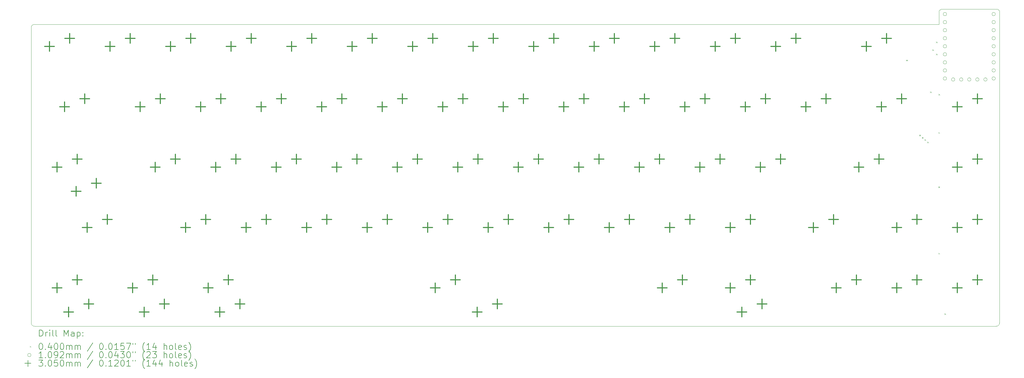
<source format=gbr>
%TF.GenerationSoftware,KiCad,Pcbnew,7.0.5*%
%TF.CreationDate,2023-09-15T18:16:32+08:00*%
%TF.ProjectId,Openero65,4f70656e-6572-46f3-9635-2e6b69636164,rev?*%
%TF.SameCoordinates,Original*%
%TF.FileFunction,Drillmap*%
%TF.FilePolarity,Positive*%
%FSLAX45Y45*%
G04 Gerber Fmt 4.5, Leading zero omitted, Abs format (unit mm)*
G04 Created by KiCad (PCBNEW 7.0.5) date 2023-09-15 18:16:32*
%MOMM*%
%LPD*%
G01*
G04 APERTURE LIST*
%ADD10C,0.100000*%
%ADD11C,0.200000*%
%ADD12C,0.040000*%
%ADD13C,0.109220*%
%ADD14C,0.305000*%
G04 APERTURE END LIST*
D10*
X34975700Y-17603500D02*
X4695700Y-17603500D01*
X33170700Y-8078500D02*
X4695700Y-8078500D01*
X4695700Y-8078500D02*
G75*
G03*
X4595700Y-8178500I0J-100000D01*
G01*
X35075700Y-7651500D02*
X35075700Y-17503500D01*
X4595700Y-17503500D02*
G75*
G03*
X4695700Y-17603500I100000J0D01*
G01*
X33170700Y-7651500D02*
X33170700Y-8078500D01*
X33170700Y-7651500D02*
X33228700Y-7593500D01*
X34975700Y-17603500D02*
G75*
G03*
X35075700Y-17503500I0J100000D01*
G01*
X35075700Y-7651500D02*
X35017700Y-7593500D01*
X4595700Y-8178500D02*
X4595700Y-17503500D01*
X35017700Y-7593500D02*
X33228700Y-7593500D01*
D11*
D12*
X32136150Y-9193550D02*
X32176150Y-9233550D01*
X32176150Y-9193550D02*
X32136150Y-9233550D01*
X32549000Y-11563000D02*
X32589000Y-11603000D01*
X32589000Y-11563000D02*
X32549000Y-11603000D01*
X32634000Y-11635000D02*
X32674000Y-11675000D01*
X32674000Y-11635000D02*
X32634000Y-11675000D01*
X32716000Y-11707000D02*
X32756000Y-11747000D01*
X32756000Y-11707000D02*
X32716000Y-11747000D01*
X32800000Y-11778000D02*
X32840000Y-11818000D01*
X32840000Y-11778000D02*
X32800000Y-11818000D01*
X32891050Y-10200000D02*
X32931050Y-10240000D01*
X32931050Y-10200000D02*
X32891050Y-10240000D01*
X32961000Y-8869200D02*
X33001000Y-8909200D01*
X33001000Y-8869200D02*
X32961000Y-8909200D01*
X33076000Y-8624000D02*
X33116000Y-8664000D01*
X33116000Y-8624000D02*
X33076000Y-8664000D01*
X33076000Y-9002000D02*
X33116000Y-9042000D01*
X33116000Y-9002000D02*
X33076000Y-9042000D01*
X33150000Y-13196000D02*
X33190000Y-13236000D01*
X33190000Y-13196000D02*
X33150000Y-13236000D01*
X33151000Y-11481000D02*
X33191000Y-11521000D01*
X33191000Y-11481000D02*
X33151000Y-11521000D01*
X33151000Y-15291000D02*
X33191000Y-15331000D01*
X33191000Y-15291000D02*
X33151000Y-15331000D01*
X33152000Y-10272000D02*
X33192000Y-10312000D01*
X33192000Y-10272000D02*
X33152000Y-10312000D01*
X33341000Y-17198250D02*
X33381000Y-17238250D01*
X33381000Y-17198250D02*
X33341000Y-17238250D01*
D13*
X33410310Y-7752500D02*
G75*
G03*
X33410310Y-7752500I-54610J0D01*
G01*
X33410310Y-8006500D02*
G75*
G03*
X33410310Y-8006500I-54610J0D01*
G01*
X33410310Y-8260500D02*
G75*
G03*
X33410310Y-8260500I-54610J0D01*
G01*
X33410310Y-8514500D02*
G75*
G03*
X33410310Y-8514500I-54610J0D01*
G01*
X33410310Y-8768500D02*
G75*
G03*
X33410310Y-8768500I-54610J0D01*
G01*
X33410310Y-9022500D02*
G75*
G03*
X33410310Y-9022500I-54610J0D01*
G01*
X33410310Y-9276500D02*
G75*
G03*
X33410310Y-9276500I-54610J0D01*
G01*
X33410310Y-9530500D02*
G75*
G03*
X33410310Y-9530500I-54610J0D01*
G01*
X33410310Y-9784500D02*
G75*
G03*
X33410310Y-9784500I-54610J0D01*
G01*
X33669810Y-9816500D02*
G75*
G03*
X33669810Y-9816500I-54610J0D01*
G01*
X33923810Y-9816500D02*
G75*
G03*
X33923810Y-9816500I-54610J0D01*
G01*
X34177810Y-9816500D02*
G75*
G03*
X34177810Y-9816500I-54610J0D01*
G01*
X34431810Y-9816500D02*
G75*
G03*
X34431810Y-9816500I-54610J0D01*
G01*
X34685810Y-9816500D02*
G75*
G03*
X34685810Y-9816500I-54610J0D01*
G01*
X34945310Y-7752500D02*
G75*
G03*
X34945310Y-7752500I-54610J0D01*
G01*
X34945310Y-8006500D02*
G75*
G03*
X34945310Y-8006500I-54610J0D01*
G01*
X34945310Y-8260500D02*
G75*
G03*
X34945310Y-8260500I-54610J0D01*
G01*
X34945310Y-8514500D02*
G75*
G03*
X34945310Y-8514500I-54610J0D01*
G01*
X34945310Y-8768500D02*
G75*
G03*
X34945310Y-8768500I-54610J0D01*
G01*
X34945310Y-9022500D02*
G75*
G03*
X34945310Y-9022500I-54610J0D01*
G01*
X34945310Y-9276500D02*
G75*
G03*
X34945310Y-9276500I-54610J0D01*
G01*
X34945310Y-9530500D02*
G75*
G03*
X34945310Y-9530500I-54610J0D01*
G01*
X34945310Y-9784500D02*
G75*
G03*
X34945310Y-9784500I-54610J0D01*
G01*
D14*
X5167200Y-8624500D02*
X5167200Y-8929500D01*
X5014700Y-8777000D02*
X5319700Y-8777000D01*
X5405400Y-12434500D02*
X5405400Y-12739500D01*
X5252900Y-12587000D02*
X5557900Y-12587000D01*
X5405400Y-16244500D02*
X5405400Y-16549500D01*
X5252900Y-16397000D02*
X5557900Y-16397000D01*
X5643500Y-10529500D02*
X5643500Y-10834500D01*
X5491000Y-10682000D02*
X5796000Y-10682000D01*
X5770500Y-17006500D02*
X5770500Y-17311500D01*
X5618000Y-17159000D02*
X5923000Y-17159000D01*
X5802200Y-8370500D02*
X5802200Y-8675500D01*
X5649700Y-8523000D02*
X5954700Y-8523000D01*
X6008600Y-13196500D02*
X6008600Y-13501500D01*
X5856100Y-13349000D02*
X6161100Y-13349000D01*
X6040400Y-12180500D02*
X6040400Y-12485500D01*
X5887900Y-12333000D02*
X6192900Y-12333000D01*
X6040400Y-15990500D02*
X6040400Y-16295500D01*
X5887900Y-16143000D02*
X6192900Y-16143000D01*
X6278500Y-10275500D02*
X6278500Y-10580500D01*
X6126000Y-10428000D02*
X6431000Y-10428000D01*
X6357900Y-14339500D02*
X6357900Y-14644500D01*
X6205400Y-14492000D02*
X6510400Y-14492000D01*
X6405500Y-16752500D02*
X6405500Y-17057500D01*
X6253000Y-16905000D02*
X6558000Y-16905000D01*
X6643600Y-12942500D02*
X6643600Y-13247500D01*
X6491100Y-13095000D02*
X6796100Y-13095000D01*
X6992900Y-14085500D02*
X6992900Y-14390500D01*
X6840400Y-14238000D02*
X7145400Y-14238000D01*
X7072200Y-8624500D02*
X7072200Y-8929500D01*
X6919700Y-8777000D02*
X7224700Y-8777000D01*
X7707200Y-8370500D02*
X7707200Y-8675500D01*
X7554700Y-8523000D02*
X7859700Y-8523000D01*
X7786700Y-16244500D02*
X7786700Y-16549500D01*
X7634200Y-16397000D02*
X7939200Y-16397000D01*
X8024800Y-10529500D02*
X8024800Y-10834500D01*
X7872300Y-10682000D02*
X8177300Y-10682000D01*
X8151800Y-17006500D02*
X8151800Y-17311500D01*
X7999300Y-17159000D02*
X8304300Y-17159000D01*
X8421700Y-15990500D02*
X8421700Y-16295500D01*
X8269200Y-16143000D02*
X8574200Y-16143000D01*
X8501000Y-12434500D02*
X8501000Y-12739500D01*
X8348500Y-12587000D02*
X8653500Y-12587000D01*
X8659800Y-10275500D02*
X8659800Y-10580500D01*
X8507300Y-10428000D02*
X8812300Y-10428000D01*
X8786800Y-16752500D02*
X8786800Y-17057500D01*
X8634300Y-16905000D02*
X8939300Y-16905000D01*
X8977200Y-8624500D02*
X8977200Y-8929500D01*
X8824700Y-8777000D02*
X9129700Y-8777000D01*
X9136000Y-12180500D02*
X9136000Y-12485500D01*
X8983500Y-12333000D02*
X9288500Y-12333000D01*
X9453600Y-14339500D02*
X9453600Y-14644500D01*
X9301100Y-14492000D02*
X9606100Y-14492000D01*
X9612200Y-8370500D02*
X9612200Y-8675500D01*
X9459700Y-8523000D02*
X9764700Y-8523000D01*
X9929800Y-10529500D02*
X9929800Y-10834500D01*
X9777300Y-10682000D02*
X10082300Y-10682000D01*
X10088600Y-14085500D02*
X10088600Y-14390500D01*
X9936100Y-14238000D02*
X10241100Y-14238000D01*
X10168000Y-16244500D02*
X10168000Y-16549500D01*
X10015500Y-16397000D02*
X10320500Y-16397000D01*
X10406000Y-12434500D02*
X10406000Y-12739500D01*
X10253500Y-12587000D02*
X10558500Y-12587000D01*
X10533100Y-17006500D02*
X10533100Y-17311500D01*
X10380600Y-17159000D02*
X10685600Y-17159000D01*
X10564800Y-10275500D02*
X10564800Y-10580500D01*
X10412300Y-10428000D02*
X10717300Y-10428000D01*
X10803000Y-15990500D02*
X10803000Y-16295500D01*
X10650500Y-16143000D02*
X10955500Y-16143000D01*
X10882200Y-8624500D02*
X10882200Y-8929500D01*
X10729700Y-8777000D02*
X11034700Y-8777000D01*
X11041000Y-12180500D02*
X11041000Y-12485500D01*
X10888500Y-12333000D02*
X11193500Y-12333000D01*
X11168100Y-16752500D02*
X11168100Y-17057500D01*
X11015600Y-16905000D02*
X11320600Y-16905000D01*
X11358600Y-14339500D02*
X11358600Y-14644500D01*
X11206100Y-14492000D02*
X11511100Y-14492000D01*
X11517200Y-8370500D02*
X11517200Y-8675500D01*
X11364700Y-8523000D02*
X11669700Y-8523000D01*
X11834800Y-10529500D02*
X11834800Y-10834500D01*
X11682300Y-10682000D02*
X11987300Y-10682000D01*
X11993600Y-14085500D02*
X11993600Y-14390500D01*
X11841100Y-14238000D02*
X12146100Y-14238000D01*
X12311000Y-12434500D02*
X12311000Y-12739500D01*
X12158500Y-12587000D02*
X12463500Y-12587000D01*
X12469800Y-10275500D02*
X12469800Y-10580500D01*
X12317300Y-10428000D02*
X12622300Y-10428000D01*
X12787200Y-8624500D02*
X12787200Y-8929500D01*
X12634700Y-8777000D02*
X12939700Y-8777000D01*
X12946000Y-12180500D02*
X12946000Y-12485500D01*
X12793500Y-12333000D02*
X13098500Y-12333000D01*
X13263600Y-14339500D02*
X13263600Y-14644500D01*
X13111100Y-14492000D02*
X13416100Y-14492000D01*
X13422200Y-8370500D02*
X13422200Y-8675500D01*
X13269700Y-8523000D02*
X13574700Y-8523000D01*
X13739800Y-10529500D02*
X13739800Y-10834500D01*
X13587300Y-10682000D02*
X13892300Y-10682000D01*
X13898600Y-14085500D02*
X13898600Y-14390500D01*
X13746100Y-14238000D02*
X14051100Y-14238000D01*
X14216000Y-12434500D02*
X14216000Y-12739500D01*
X14063500Y-12587000D02*
X14368500Y-12587000D01*
X14374800Y-10275500D02*
X14374800Y-10580500D01*
X14222300Y-10428000D02*
X14527300Y-10428000D01*
X14692200Y-8624500D02*
X14692200Y-8929500D01*
X14539700Y-8777000D02*
X14844700Y-8777000D01*
X14851000Y-12180500D02*
X14851000Y-12485500D01*
X14698500Y-12333000D02*
X15003500Y-12333000D01*
X15168600Y-14339500D02*
X15168600Y-14644500D01*
X15016100Y-14492000D02*
X15321100Y-14492000D01*
X15327200Y-8370500D02*
X15327200Y-8675500D01*
X15174700Y-8523000D02*
X15479700Y-8523000D01*
X15644800Y-10529500D02*
X15644800Y-10834500D01*
X15492300Y-10682000D02*
X15797300Y-10682000D01*
X15803600Y-14085500D02*
X15803600Y-14390500D01*
X15651100Y-14238000D02*
X15956100Y-14238000D01*
X16121000Y-12434500D02*
X16121000Y-12739500D01*
X15968500Y-12587000D02*
X16273500Y-12587000D01*
X16279800Y-10275500D02*
X16279800Y-10580500D01*
X16127300Y-10428000D02*
X16432300Y-10428000D01*
X16597200Y-8624500D02*
X16597200Y-8929500D01*
X16444700Y-8777000D02*
X16749700Y-8777000D01*
X16756000Y-12180500D02*
X16756000Y-12485500D01*
X16603500Y-12333000D02*
X16908500Y-12333000D01*
X17073600Y-14339500D02*
X17073600Y-14644500D01*
X16921100Y-14492000D02*
X17226100Y-14492000D01*
X17232200Y-8370500D02*
X17232200Y-8675500D01*
X17079700Y-8523000D02*
X17384700Y-8523000D01*
X17311700Y-16244500D02*
X17311700Y-16549500D01*
X17159200Y-16397000D02*
X17464200Y-16397000D01*
X17549800Y-10529500D02*
X17549800Y-10834500D01*
X17397300Y-10682000D02*
X17702300Y-10682000D01*
X17708600Y-14085500D02*
X17708600Y-14390500D01*
X17556100Y-14238000D02*
X17861100Y-14238000D01*
X17946700Y-15990500D02*
X17946700Y-16295500D01*
X17794200Y-16143000D02*
X18099200Y-16143000D01*
X18026000Y-12434500D02*
X18026000Y-12739500D01*
X17873500Y-12587000D02*
X18178500Y-12587000D01*
X18184800Y-10275500D02*
X18184800Y-10580500D01*
X18032300Y-10428000D02*
X18337300Y-10428000D01*
X18502200Y-8624500D02*
X18502200Y-8929500D01*
X18349700Y-8777000D02*
X18654700Y-8777000D01*
X18629400Y-17006500D02*
X18629400Y-17311500D01*
X18476900Y-17159000D02*
X18781900Y-17159000D01*
X18661000Y-12180500D02*
X18661000Y-12485500D01*
X18508500Y-12333000D02*
X18813500Y-12333000D01*
X18978600Y-14339500D02*
X18978600Y-14644500D01*
X18826100Y-14492000D02*
X19131100Y-14492000D01*
X19137200Y-8370500D02*
X19137200Y-8675500D01*
X18984700Y-8523000D02*
X19289700Y-8523000D01*
X19264400Y-16752500D02*
X19264400Y-17057500D01*
X19111900Y-16905000D02*
X19416900Y-16905000D01*
X19454800Y-10529500D02*
X19454800Y-10834500D01*
X19302300Y-10682000D02*
X19607300Y-10682000D01*
X19613600Y-14085500D02*
X19613600Y-14390500D01*
X19461100Y-14238000D02*
X19766100Y-14238000D01*
X19931000Y-12434500D02*
X19931000Y-12739500D01*
X19778500Y-12587000D02*
X20083500Y-12587000D01*
X20089800Y-10275500D02*
X20089800Y-10580500D01*
X19937300Y-10428000D02*
X20242300Y-10428000D01*
X20407200Y-8624500D02*
X20407200Y-8929500D01*
X20254700Y-8777000D02*
X20559700Y-8777000D01*
X20566000Y-12180500D02*
X20566000Y-12485500D01*
X20413500Y-12333000D02*
X20718500Y-12333000D01*
X20883600Y-14339500D02*
X20883600Y-14644500D01*
X20731100Y-14492000D02*
X21036100Y-14492000D01*
X21042200Y-8370500D02*
X21042200Y-8675500D01*
X20889700Y-8523000D02*
X21194700Y-8523000D01*
X21359800Y-10529500D02*
X21359800Y-10834500D01*
X21207300Y-10682000D02*
X21512300Y-10682000D01*
X21518600Y-14085500D02*
X21518600Y-14390500D01*
X21366100Y-14238000D02*
X21671100Y-14238000D01*
X21836000Y-12434500D02*
X21836000Y-12739500D01*
X21683500Y-12587000D02*
X21988500Y-12587000D01*
X21994800Y-10275500D02*
X21994800Y-10580500D01*
X21842300Y-10428000D02*
X22147300Y-10428000D01*
X22312200Y-8624500D02*
X22312200Y-8929500D01*
X22159700Y-8777000D02*
X22464700Y-8777000D01*
X22471000Y-12180500D02*
X22471000Y-12485500D01*
X22318500Y-12333000D02*
X22623500Y-12333000D01*
X22788600Y-14339500D02*
X22788600Y-14644500D01*
X22636100Y-14492000D02*
X22941100Y-14492000D01*
X22947200Y-8370500D02*
X22947200Y-8675500D01*
X22794700Y-8523000D02*
X23099700Y-8523000D01*
X23264800Y-10529500D02*
X23264800Y-10834500D01*
X23112300Y-10682000D02*
X23417300Y-10682000D01*
X23423600Y-14085500D02*
X23423600Y-14390500D01*
X23271100Y-14238000D02*
X23576100Y-14238000D01*
X23741000Y-12434500D02*
X23741000Y-12739500D01*
X23588500Y-12587000D02*
X23893500Y-12587000D01*
X23899800Y-10275500D02*
X23899800Y-10580500D01*
X23747300Y-10428000D02*
X24052300Y-10428000D01*
X24217200Y-8624500D02*
X24217200Y-8929500D01*
X24064700Y-8777000D02*
X24369700Y-8777000D01*
X24376000Y-12180500D02*
X24376000Y-12485500D01*
X24223500Y-12333000D02*
X24528500Y-12333000D01*
X24455400Y-16244500D02*
X24455400Y-16549500D01*
X24302900Y-16397000D02*
X24607900Y-16397000D01*
X24693600Y-14339500D02*
X24693600Y-14644500D01*
X24541100Y-14492000D02*
X24846100Y-14492000D01*
X24852200Y-8370500D02*
X24852200Y-8675500D01*
X24699700Y-8523000D02*
X25004700Y-8523000D01*
X25090400Y-15990500D02*
X25090400Y-16295500D01*
X24937900Y-16143000D02*
X25242900Y-16143000D01*
X25169800Y-10529500D02*
X25169800Y-10834500D01*
X25017300Y-10682000D02*
X25322300Y-10682000D01*
X25328600Y-14085500D02*
X25328600Y-14390500D01*
X25176100Y-14238000D02*
X25481100Y-14238000D01*
X25646000Y-12434500D02*
X25646000Y-12739500D01*
X25493500Y-12587000D02*
X25798500Y-12587000D01*
X25804800Y-10275500D02*
X25804800Y-10580500D01*
X25652300Y-10428000D02*
X25957300Y-10428000D01*
X26122200Y-8624500D02*
X26122200Y-8929500D01*
X25969700Y-8777000D02*
X26274700Y-8777000D01*
X26281000Y-12180500D02*
X26281000Y-12485500D01*
X26128500Y-12333000D02*
X26433500Y-12333000D01*
X26598600Y-14339500D02*
X26598600Y-14644500D01*
X26446100Y-14492000D02*
X26751100Y-14492000D01*
X26598700Y-16244500D02*
X26598700Y-16549500D01*
X26446200Y-16397000D02*
X26751200Y-16397000D01*
X26757200Y-8370500D02*
X26757200Y-8675500D01*
X26604700Y-8523000D02*
X26909700Y-8523000D01*
X26963600Y-17006500D02*
X26963600Y-17311500D01*
X26811100Y-17159000D02*
X27116100Y-17159000D01*
X27074800Y-10529500D02*
X27074800Y-10834500D01*
X26922300Y-10682000D02*
X27227300Y-10682000D01*
X27233600Y-14085500D02*
X27233600Y-14390500D01*
X27081100Y-14238000D02*
X27386100Y-14238000D01*
X27233700Y-15990500D02*
X27233700Y-16295500D01*
X27081200Y-16143000D02*
X27386200Y-16143000D01*
X27551000Y-12434500D02*
X27551000Y-12739500D01*
X27398500Y-12587000D02*
X27703500Y-12587000D01*
X27598600Y-16752500D02*
X27598600Y-17057500D01*
X27446100Y-16905000D02*
X27751100Y-16905000D01*
X27709800Y-10275500D02*
X27709800Y-10580500D01*
X27557300Y-10428000D02*
X27862300Y-10428000D01*
X28027200Y-8624500D02*
X28027200Y-8929500D01*
X27874700Y-8777000D02*
X28179700Y-8777000D01*
X28186000Y-12180500D02*
X28186000Y-12485500D01*
X28033500Y-12333000D02*
X28338500Y-12333000D01*
X28662200Y-8370500D02*
X28662200Y-8675500D01*
X28509700Y-8523000D02*
X28814700Y-8523000D01*
X28979800Y-10529500D02*
X28979800Y-10834500D01*
X28827300Y-10682000D02*
X29132300Y-10682000D01*
X29218000Y-14339500D02*
X29218000Y-14644500D01*
X29065500Y-14492000D02*
X29370500Y-14492000D01*
X29614800Y-10275500D02*
X29614800Y-10580500D01*
X29462300Y-10428000D02*
X29767300Y-10428000D01*
X29853000Y-14085500D02*
X29853000Y-14390500D01*
X29700500Y-14238000D02*
X30005500Y-14238000D01*
X29932200Y-16244500D02*
X29932200Y-16549500D01*
X29779700Y-16397000D02*
X30084700Y-16397000D01*
X30567200Y-15990500D02*
X30567200Y-16295500D01*
X30414700Y-16143000D02*
X30719700Y-16143000D01*
X30646700Y-12434500D02*
X30646700Y-12739500D01*
X30494200Y-12587000D02*
X30799200Y-12587000D01*
X30884700Y-8624500D02*
X30884700Y-8929500D01*
X30732200Y-8777000D02*
X31037200Y-8777000D01*
X31281700Y-12180500D02*
X31281700Y-12485500D01*
X31129200Y-12333000D02*
X31434200Y-12333000D01*
X31361100Y-10529500D02*
X31361100Y-10834500D01*
X31208600Y-10682000D02*
X31513600Y-10682000D01*
X31519700Y-8370500D02*
X31519700Y-8675500D01*
X31367200Y-8523000D02*
X31672200Y-8523000D01*
X31837200Y-14339500D02*
X31837200Y-14644500D01*
X31684700Y-14492000D02*
X31989700Y-14492000D01*
X31837200Y-16244500D02*
X31837200Y-16549500D01*
X31684700Y-16397000D02*
X31989700Y-16397000D01*
X31996100Y-10275500D02*
X31996100Y-10580500D01*
X31843600Y-10428000D02*
X32148600Y-10428000D01*
X32472200Y-14085500D02*
X32472200Y-14390500D01*
X32319700Y-14238000D02*
X32624700Y-14238000D01*
X32472200Y-15990500D02*
X32472200Y-16295500D01*
X32319700Y-16143000D02*
X32624700Y-16143000D01*
X33742200Y-10529500D02*
X33742200Y-10834500D01*
X33589700Y-10682000D02*
X33894700Y-10682000D01*
X33742200Y-12434500D02*
X33742200Y-12739500D01*
X33589700Y-12587000D02*
X33894700Y-12587000D01*
X33742200Y-14339500D02*
X33742200Y-14644500D01*
X33589700Y-14492000D02*
X33894700Y-14492000D01*
X33742200Y-16244500D02*
X33742200Y-16549500D01*
X33589700Y-16397000D02*
X33894700Y-16397000D01*
X34377200Y-10275500D02*
X34377200Y-10580500D01*
X34224700Y-10428000D02*
X34529700Y-10428000D01*
X34377200Y-12180500D02*
X34377200Y-12485500D01*
X34224700Y-12333000D02*
X34529700Y-12333000D01*
X34377200Y-14085500D02*
X34377200Y-14390500D01*
X34224700Y-14238000D02*
X34529700Y-14238000D01*
X34377200Y-15990500D02*
X34377200Y-16295500D01*
X34224700Y-16143000D02*
X34529700Y-16143000D01*
D11*
X4851477Y-17919984D02*
X4851477Y-17719984D01*
X4851477Y-17719984D02*
X4899096Y-17719984D01*
X4899096Y-17719984D02*
X4927667Y-17729508D01*
X4927667Y-17729508D02*
X4946715Y-17748555D01*
X4946715Y-17748555D02*
X4956239Y-17767603D01*
X4956239Y-17767603D02*
X4965763Y-17805698D01*
X4965763Y-17805698D02*
X4965763Y-17834270D01*
X4965763Y-17834270D02*
X4956239Y-17872365D01*
X4956239Y-17872365D02*
X4946715Y-17891412D01*
X4946715Y-17891412D02*
X4927667Y-17910460D01*
X4927667Y-17910460D02*
X4899096Y-17919984D01*
X4899096Y-17919984D02*
X4851477Y-17919984D01*
X5051477Y-17919984D02*
X5051477Y-17786650D01*
X5051477Y-17824746D02*
X5061001Y-17805698D01*
X5061001Y-17805698D02*
X5070524Y-17796174D01*
X5070524Y-17796174D02*
X5089572Y-17786650D01*
X5089572Y-17786650D02*
X5108620Y-17786650D01*
X5175286Y-17919984D02*
X5175286Y-17786650D01*
X5175286Y-17719984D02*
X5165763Y-17729508D01*
X5165763Y-17729508D02*
X5175286Y-17739031D01*
X5175286Y-17739031D02*
X5184810Y-17729508D01*
X5184810Y-17729508D02*
X5175286Y-17719984D01*
X5175286Y-17719984D02*
X5175286Y-17739031D01*
X5299096Y-17919984D02*
X5280048Y-17910460D01*
X5280048Y-17910460D02*
X5270524Y-17891412D01*
X5270524Y-17891412D02*
X5270524Y-17719984D01*
X5403858Y-17919984D02*
X5384810Y-17910460D01*
X5384810Y-17910460D02*
X5375286Y-17891412D01*
X5375286Y-17891412D02*
X5375286Y-17719984D01*
X5632429Y-17919984D02*
X5632429Y-17719984D01*
X5632429Y-17719984D02*
X5699096Y-17862841D01*
X5699096Y-17862841D02*
X5765762Y-17719984D01*
X5765762Y-17719984D02*
X5765762Y-17919984D01*
X5946715Y-17919984D02*
X5946715Y-17815222D01*
X5946715Y-17815222D02*
X5937191Y-17796174D01*
X5937191Y-17796174D02*
X5918143Y-17786650D01*
X5918143Y-17786650D02*
X5880048Y-17786650D01*
X5880048Y-17786650D02*
X5861001Y-17796174D01*
X5946715Y-17910460D02*
X5927667Y-17919984D01*
X5927667Y-17919984D02*
X5880048Y-17919984D01*
X5880048Y-17919984D02*
X5861001Y-17910460D01*
X5861001Y-17910460D02*
X5851477Y-17891412D01*
X5851477Y-17891412D02*
X5851477Y-17872365D01*
X5851477Y-17872365D02*
X5861001Y-17853317D01*
X5861001Y-17853317D02*
X5880048Y-17843793D01*
X5880048Y-17843793D02*
X5927667Y-17843793D01*
X5927667Y-17843793D02*
X5946715Y-17834270D01*
X6041953Y-17786650D02*
X6041953Y-17986650D01*
X6041953Y-17796174D02*
X6061001Y-17786650D01*
X6061001Y-17786650D02*
X6099096Y-17786650D01*
X6099096Y-17786650D02*
X6118143Y-17796174D01*
X6118143Y-17796174D02*
X6127667Y-17805698D01*
X6127667Y-17805698D02*
X6137191Y-17824746D01*
X6137191Y-17824746D02*
X6137191Y-17881889D01*
X6137191Y-17881889D02*
X6127667Y-17900936D01*
X6127667Y-17900936D02*
X6118143Y-17910460D01*
X6118143Y-17910460D02*
X6099096Y-17919984D01*
X6099096Y-17919984D02*
X6061001Y-17919984D01*
X6061001Y-17919984D02*
X6041953Y-17910460D01*
X6222905Y-17900936D02*
X6232429Y-17910460D01*
X6232429Y-17910460D02*
X6222905Y-17919984D01*
X6222905Y-17919984D02*
X6213382Y-17910460D01*
X6213382Y-17910460D02*
X6222905Y-17900936D01*
X6222905Y-17900936D02*
X6222905Y-17919984D01*
X6222905Y-17796174D02*
X6232429Y-17805698D01*
X6232429Y-17805698D02*
X6222905Y-17815222D01*
X6222905Y-17815222D02*
X6213382Y-17805698D01*
X6213382Y-17805698D02*
X6222905Y-17796174D01*
X6222905Y-17796174D02*
X6222905Y-17815222D01*
D12*
X4550700Y-18228500D02*
X4590700Y-18268500D01*
X4590700Y-18228500D02*
X4550700Y-18268500D01*
D11*
X4889572Y-18139984D02*
X4908620Y-18139984D01*
X4908620Y-18139984D02*
X4927667Y-18149508D01*
X4927667Y-18149508D02*
X4937191Y-18159031D01*
X4937191Y-18159031D02*
X4946715Y-18178079D01*
X4946715Y-18178079D02*
X4956239Y-18216174D01*
X4956239Y-18216174D02*
X4956239Y-18263793D01*
X4956239Y-18263793D02*
X4946715Y-18301889D01*
X4946715Y-18301889D02*
X4937191Y-18320936D01*
X4937191Y-18320936D02*
X4927667Y-18330460D01*
X4927667Y-18330460D02*
X4908620Y-18339984D01*
X4908620Y-18339984D02*
X4889572Y-18339984D01*
X4889572Y-18339984D02*
X4870524Y-18330460D01*
X4870524Y-18330460D02*
X4861001Y-18320936D01*
X4861001Y-18320936D02*
X4851477Y-18301889D01*
X4851477Y-18301889D02*
X4841953Y-18263793D01*
X4841953Y-18263793D02*
X4841953Y-18216174D01*
X4841953Y-18216174D02*
X4851477Y-18178079D01*
X4851477Y-18178079D02*
X4861001Y-18159031D01*
X4861001Y-18159031D02*
X4870524Y-18149508D01*
X4870524Y-18149508D02*
X4889572Y-18139984D01*
X5041953Y-18320936D02*
X5051477Y-18330460D01*
X5051477Y-18330460D02*
X5041953Y-18339984D01*
X5041953Y-18339984D02*
X5032429Y-18330460D01*
X5032429Y-18330460D02*
X5041953Y-18320936D01*
X5041953Y-18320936D02*
X5041953Y-18339984D01*
X5222905Y-18206650D02*
X5222905Y-18339984D01*
X5175286Y-18130460D02*
X5127667Y-18273317D01*
X5127667Y-18273317D02*
X5251477Y-18273317D01*
X5365763Y-18139984D02*
X5384810Y-18139984D01*
X5384810Y-18139984D02*
X5403858Y-18149508D01*
X5403858Y-18149508D02*
X5413382Y-18159031D01*
X5413382Y-18159031D02*
X5422905Y-18178079D01*
X5422905Y-18178079D02*
X5432429Y-18216174D01*
X5432429Y-18216174D02*
X5432429Y-18263793D01*
X5432429Y-18263793D02*
X5422905Y-18301889D01*
X5422905Y-18301889D02*
X5413382Y-18320936D01*
X5413382Y-18320936D02*
X5403858Y-18330460D01*
X5403858Y-18330460D02*
X5384810Y-18339984D01*
X5384810Y-18339984D02*
X5365763Y-18339984D01*
X5365763Y-18339984D02*
X5346715Y-18330460D01*
X5346715Y-18330460D02*
X5337191Y-18320936D01*
X5337191Y-18320936D02*
X5327667Y-18301889D01*
X5327667Y-18301889D02*
X5318144Y-18263793D01*
X5318144Y-18263793D02*
X5318144Y-18216174D01*
X5318144Y-18216174D02*
X5327667Y-18178079D01*
X5327667Y-18178079D02*
X5337191Y-18159031D01*
X5337191Y-18159031D02*
X5346715Y-18149508D01*
X5346715Y-18149508D02*
X5365763Y-18139984D01*
X5556239Y-18139984D02*
X5575286Y-18139984D01*
X5575286Y-18139984D02*
X5594334Y-18149508D01*
X5594334Y-18149508D02*
X5603858Y-18159031D01*
X5603858Y-18159031D02*
X5613382Y-18178079D01*
X5613382Y-18178079D02*
X5622905Y-18216174D01*
X5622905Y-18216174D02*
X5622905Y-18263793D01*
X5622905Y-18263793D02*
X5613382Y-18301889D01*
X5613382Y-18301889D02*
X5603858Y-18320936D01*
X5603858Y-18320936D02*
X5594334Y-18330460D01*
X5594334Y-18330460D02*
X5575286Y-18339984D01*
X5575286Y-18339984D02*
X5556239Y-18339984D01*
X5556239Y-18339984D02*
X5537191Y-18330460D01*
X5537191Y-18330460D02*
X5527667Y-18320936D01*
X5527667Y-18320936D02*
X5518144Y-18301889D01*
X5518144Y-18301889D02*
X5508620Y-18263793D01*
X5508620Y-18263793D02*
X5508620Y-18216174D01*
X5508620Y-18216174D02*
X5518144Y-18178079D01*
X5518144Y-18178079D02*
X5527667Y-18159031D01*
X5527667Y-18159031D02*
X5537191Y-18149508D01*
X5537191Y-18149508D02*
X5556239Y-18139984D01*
X5708620Y-18339984D02*
X5708620Y-18206650D01*
X5708620Y-18225698D02*
X5718143Y-18216174D01*
X5718143Y-18216174D02*
X5737191Y-18206650D01*
X5737191Y-18206650D02*
X5765763Y-18206650D01*
X5765763Y-18206650D02*
X5784810Y-18216174D01*
X5784810Y-18216174D02*
X5794334Y-18235222D01*
X5794334Y-18235222D02*
X5794334Y-18339984D01*
X5794334Y-18235222D02*
X5803858Y-18216174D01*
X5803858Y-18216174D02*
X5822905Y-18206650D01*
X5822905Y-18206650D02*
X5851477Y-18206650D01*
X5851477Y-18206650D02*
X5870524Y-18216174D01*
X5870524Y-18216174D02*
X5880048Y-18235222D01*
X5880048Y-18235222D02*
X5880048Y-18339984D01*
X5975286Y-18339984D02*
X5975286Y-18206650D01*
X5975286Y-18225698D02*
X5984810Y-18216174D01*
X5984810Y-18216174D02*
X6003858Y-18206650D01*
X6003858Y-18206650D02*
X6032429Y-18206650D01*
X6032429Y-18206650D02*
X6051477Y-18216174D01*
X6051477Y-18216174D02*
X6061001Y-18235222D01*
X6061001Y-18235222D02*
X6061001Y-18339984D01*
X6061001Y-18235222D02*
X6070524Y-18216174D01*
X6070524Y-18216174D02*
X6089572Y-18206650D01*
X6089572Y-18206650D02*
X6118143Y-18206650D01*
X6118143Y-18206650D02*
X6137191Y-18216174D01*
X6137191Y-18216174D02*
X6146715Y-18235222D01*
X6146715Y-18235222D02*
X6146715Y-18339984D01*
X6537191Y-18130460D02*
X6365763Y-18387603D01*
X6794334Y-18139984D02*
X6813382Y-18139984D01*
X6813382Y-18139984D02*
X6832429Y-18149508D01*
X6832429Y-18149508D02*
X6841953Y-18159031D01*
X6841953Y-18159031D02*
X6851477Y-18178079D01*
X6851477Y-18178079D02*
X6861001Y-18216174D01*
X6861001Y-18216174D02*
X6861001Y-18263793D01*
X6861001Y-18263793D02*
X6851477Y-18301889D01*
X6851477Y-18301889D02*
X6841953Y-18320936D01*
X6841953Y-18320936D02*
X6832429Y-18330460D01*
X6832429Y-18330460D02*
X6813382Y-18339984D01*
X6813382Y-18339984D02*
X6794334Y-18339984D01*
X6794334Y-18339984D02*
X6775286Y-18330460D01*
X6775286Y-18330460D02*
X6765763Y-18320936D01*
X6765763Y-18320936D02*
X6756239Y-18301889D01*
X6756239Y-18301889D02*
X6746715Y-18263793D01*
X6746715Y-18263793D02*
X6746715Y-18216174D01*
X6746715Y-18216174D02*
X6756239Y-18178079D01*
X6756239Y-18178079D02*
X6765763Y-18159031D01*
X6765763Y-18159031D02*
X6775286Y-18149508D01*
X6775286Y-18149508D02*
X6794334Y-18139984D01*
X6946715Y-18320936D02*
X6956239Y-18330460D01*
X6956239Y-18330460D02*
X6946715Y-18339984D01*
X6946715Y-18339984D02*
X6937191Y-18330460D01*
X6937191Y-18330460D02*
X6946715Y-18320936D01*
X6946715Y-18320936D02*
X6946715Y-18339984D01*
X7080048Y-18139984D02*
X7099096Y-18139984D01*
X7099096Y-18139984D02*
X7118144Y-18149508D01*
X7118144Y-18149508D02*
X7127667Y-18159031D01*
X7127667Y-18159031D02*
X7137191Y-18178079D01*
X7137191Y-18178079D02*
X7146715Y-18216174D01*
X7146715Y-18216174D02*
X7146715Y-18263793D01*
X7146715Y-18263793D02*
X7137191Y-18301889D01*
X7137191Y-18301889D02*
X7127667Y-18320936D01*
X7127667Y-18320936D02*
X7118144Y-18330460D01*
X7118144Y-18330460D02*
X7099096Y-18339984D01*
X7099096Y-18339984D02*
X7080048Y-18339984D01*
X7080048Y-18339984D02*
X7061001Y-18330460D01*
X7061001Y-18330460D02*
X7051477Y-18320936D01*
X7051477Y-18320936D02*
X7041953Y-18301889D01*
X7041953Y-18301889D02*
X7032429Y-18263793D01*
X7032429Y-18263793D02*
X7032429Y-18216174D01*
X7032429Y-18216174D02*
X7041953Y-18178079D01*
X7041953Y-18178079D02*
X7051477Y-18159031D01*
X7051477Y-18159031D02*
X7061001Y-18149508D01*
X7061001Y-18149508D02*
X7080048Y-18139984D01*
X7337191Y-18339984D02*
X7222906Y-18339984D01*
X7280048Y-18339984D02*
X7280048Y-18139984D01*
X7280048Y-18139984D02*
X7261001Y-18168555D01*
X7261001Y-18168555D02*
X7241953Y-18187603D01*
X7241953Y-18187603D02*
X7222906Y-18197127D01*
X7518144Y-18139984D02*
X7422906Y-18139984D01*
X7422906Y-18139984D02*
X7413382Y-18235222D01*
X7413382Y-18235222D02*
X7422906Y-18225698D01*
X7422906Y-18225698D02*
X7441953Y-18216174D01*
X7441953Y-18216174D02*
X7489572Y-18216174D01*
X7489572Y-18216174D02*
X7508620Y-18225698D01*
X7508620Y-18225698D02*
X7518144Y-18235222D01*
X7518144Y-18235222D02*
X7527667Y-18254270D01*
X7527667Y-18254270D02*
X7527667Y-18301889D01*
X7527667Y-18301889D02*
X7518144Y-18320936D01*
X7518144Y-18320936D02*
X7508620Y-18330460D01*
X7508620Y-18330460D02*
X7489572Y-18339984D01*
X7489572Y-18339984D02*
X7441953Y-18339984D01*
X7441953Y-18339984D02*
X7422906Y-18330460D01*
X7422906Y-18330460D02*
X7413382Y-18320936D01*
X7594334Y-18139984D02*
X7727667Y-18139984D01*
X7727667Y-18139984D02*
X7641953Y-18339984D01*
X7794334Y-18139984D02*
X7794334Y-18178079D01*
X7870525Y-18139984D02*
X7870525Y-18178079D01*
X8165763Y-18416174D02*
X8156239Y-18406650D01*
X8156239Y-18406650D02*
X8137191Y-18378079D01*
X8137191Y-18378079D02*
X8127668Y-18359031D01*
X8127668Y-18359031D02*
X8118144Y-18330460D01*
X8118144Y-18330460D02*
X8108620Y-18282841D01*
X8108620Y-18282841D02*
X8108620Y-18244746D01*
X8108620Y-18244746D02*
X8118144Y-18197127D01*
X8118144Y-18197127D02*
X8127668Y-18168555D01*
X8127668Y-18168555D02*
X8137191Y-18149508D01*
X8137191Y-18149508D02*
X8156239Y-18120936D01*
X8156239Y-18120936D02*
X8165763Y-18111412D01*
X8346715Y-18339984D02*
X8232429Y-18339984D01*
X8289572Y-18339984D02*
X8289572Y-18139984D01*
X8289572Y-18139984D02*
X8270525Y-18168555D01*
X8270525Y-18168555D02*
X8251477Y-18187603D01*
X8251477Y-18187603D02*
X8232429Y-18197127D01*
X8518144Y-18206650D02*
X8518144Y-18339984D01*
X8470525Y-18130460D02*
X8422906Y-18273317D01*
X8422906Y-18273317D02*
X8546715Y-18273317D01*
X8775287Y-18339984D02*
X8775287Y-18139984D01*
X8861001Y-18339984D02*
X8861001Y-18235222D01*
X8861001Y-18235222D02*
X8851477Y-18216174D01*
X8851477Y-18216174D02*
X8832430Y-18206650D01*
X8832430Y-18206650D02*
X8803858Y-18206650D01*
X8803858Y-18206650D02*
X8784811Y-18216174D01*
X8784811Y-18216174D02*
X8775287Y-18225698D01*
X8984811Y-18339984D02*
X8965763Y-18330460D01*
X8965763Y-18330460D02*
X8956239Y-18320936D01*
X8956239Y-18320936D02*
X8946715Y-18301889D01*
X8946715Y-18301889D02*
X8946715Y-18244746D01*
X8946715Y-18244746D02*
X8956239Y-18225698D01*
X8956239Y-18225698D02*
X8965763Y-18216174D01*
X8965763Y-18216174D02*
X8984811Y-18206650D01*
X8984811Y-18206650D02*
X9013382Y-18206650D01*
X9013382Y-18206650D02*
X9032430Y-18216174D01*
X9032430Y-18216174D02*
X9041953Y-18225698D01*
X9041953Y-18225698D02*
X9051477Y-18244746D01*
X9051477Y-18244746D02*
X9051477Y-18301889D01*
X9051477Y-18301889D02*
X9041953Y-18320936D01*
X9041953Y-18320936D02*
X9032430Y-18330460D01*
X9032430Y-18330460D02*
X9013382Y-18339984D01*
X9013382Y-18339984D02*
X8984811Y-18339984D01*
X9165763Y-18339984D02*
X9146715Y-18330460D01*
X9146715Y-18330460D02*
X9137192Y-18311412D01*
X9137192Y-18311412D02*
X9137192Y-18139984D01*
X9318144Y-18330460D02*
X9299096Y-18339984D01*
X9299096Y-18339984D02*
X9261001Y-18339984D01*
X9261001Y-18339984D02*
X9241953Y-18330460D01*
X9241953Y-18330460D02*
X9232430Y-18311412D01*
X9232430Y-18311412D02*
X9232430Y-18235222D01*
X9232430Y-18235222D02*
X9241953Y-18216174D01*
X9241953Y-18216174D02*
X9261001Y-18206650D01*
X9261001Y-18206650D02*
X9299096Y-18206650D01*
X9299096Y-18206650D02*
X9318144Y-18216174D01*
X9318144Y-18216174D02*
X9327668Y-18235222D01*
X9327668Y-18235222D02*
X9327668Y-18254270D01*
X9327668Y-18254270D02*
X9232430Y-18273317D01*
X9403858Y-18330460D02*
X9422906Y-18339984D01*
X9422906Y-18339984D02*
X9461001Y-18339984D01*
X9461001Y-18339984D02*
X9480049Y-18330460D01*
X9480049Y-18330460D02*
X9489573Y-18311412D01*
X9489573Y-18311412D02*
X9489573Y-18301889D01*
X9489573Y-18301889D02*
X9480049Y-18282841D01*
X9480049Y-18282841D02*
X9461001Y-18273317D01*
X9461001Y-18273317D02*
X9432430Y-18273317D01*
X9432430Y-18273317D02*
X9413382Y-18263793D01*
X9413382Y-18263793D02*
X9403858Y-18244746D01*
X9403858Y-18244746D02*
X9403858Y-18235222D01*
X9403858Y-18235222D02*
X9413382Y-18216174D01*
X9413382Y-18216174D02*
X9432430Y-18206650D01*
X9432430Y-18206650D02*
X9461001Y-18206650D01*
X9461001Y-18206650D02*
X9480049Y-18216174D01*
X9556239Y-18416174D02*
X9565763Y-18406650D01*
X9565763Y-18406650D02*
X9584811Y-18378079D01*
X9584811Y-18378079D02*
X9594334Y-18359031D01*
X9594334Y-18359031D02*
X9603858Y-18330460D01*
X9603858Y-18330460D02*
X9613382Y-18282841D01*
X9613382Y-18282841D02*
X9613382Y-18244746D01*
X9613382Y-18244746D02*
X9603858Y-18197127D01*
X9603858Y-18197127D02*
X9594334Y-18168555D01*
X9594334Y-18168555D02*
X9584811Y-18149508D01*
X9584811Y-18149508D02*
X9565763Y-18120936D01*
X9565763Y-18120936D02*
X9556239Y-18111412D01*
D13*
X4590700Y-18512500D02*
G75*
G03*
X4590700Y-18512500I-54610J0D01*
G01*
D11*
X4956239Y-18603984D02*
X4841953Y-18603984D01*
X4899096Y-18603984D02*
X4899096Y-18403984D01*
X4899096Y-18403984D02*
X4880048Y-18432555D01*
X4880048Y-18432555D02*
X4861001Y-18451603D01*
X4861001Y-18451603D02*
X4841953Y-18461127D01*
X5041953Y-18584936D02*
X5051477Y-18594460D01*
X5051477Y-18594460D02*
X5041953Y-18603984D01*
X5041953Y-18603984D02*
X5032429Y-18594460D01*
X5032429Y-18594460D02*
X5041953Y-18584936D01*
X5041953Y-18584936D02*
X5041953Y-18603984D01*
X5175286Y-18403984D02*
X5194334Y-18403984D01*
X5194334Y-18403984D02*
X5213382Y-18413508D01*
X5213382Y-18413508D02*
X5222905Y-18423031D01*
X5222905Y-18423031D02*
X5232429Y-18442079D01*
X5232429Y-18442079D02*
X5241953Y-18480174D01*
X5241953Y-18480174D02*
X5241953Y-18527793D01*
X5241953Y-18527793D02*
X5232429Y-18565889D01*
X5232429Y-18565889D02*
X5222905Y-18584936D01*
X5222905Y-18584936D02*
X5213382Y-18594460D01*
X5213382Y-18594460D02*
X5194334Y-18603984D01*
X5194334Y-18603984D02*
X5175286Y-18603984D01*
X5175286Y-18603984D02*
X5156239Y-18594460D01*
X5156239Y-18594460D02*
X5146715Y-18584936D01*
X5146715Y-18584936D02*
X5137191Y-18565889D01*
X5137191Y-18565889D02*
X5127667Y-18527793D01*
X5127667Y-18527793D02*
X5127667Y-18480174D01*
X5127667Y-18480174D02*
X5137191Y-18442079D01*
X5137191Y-18442079D02*
X5146715Y-18423031D01*
X5146715Y-18423031D02*
X5156239Y-18413508D01*
X5156239Y-18413508D02*
X5175286Y-18403984D01*
X5337191Y-18603984D02*
X5375286Y-18603984D01*
X5375286Y-18603984D02*
X5394334Y-18594460D01*
X5394334Y-18594460D02*
X5403858Y-18584936D01*
X5403858Y-18584936D02*
X5422905Y-18556365D01*
X5422905Y-18556365D02*
X5432429Y-18518270D01*
X5432429Y-18518270D02*
X5432429Y-18442079D01*
X5432429Y-18442079D02*
X5422905Y-18423031D01*
X5422905Y-18423031D02*
X5413382Y-18413508D01*
X5413382Y-18413508D02*
X5394334Y-18403984D01*
X5394334Y-18403984D02*
X5356239Y-18403984D01*
X5356239Y-18403984D02*
X5337191Y-18413508D01*
X5337191Y-18413508D02*
X5327667Y-18423031D01*
X5327667Y-18423031D02*
X5318144Y-18442079D01*
X5318144Y-18442079D02*
X5318144Y-18489698D01*
X5318144Y-18489698D02*
X5327667Y-18508746D01*
X5327667Y-18508746D02*
X5337191Y-18518270D01*
X5337191Y-18518270D02*
X5356239Y-18527793D01*
X5356239Y-18527793D02*
X5394334Y-18527793D01*
X5394334Y-18527793D02*
X5413382Y-18518270D01*
X5413382Y-18518270D02*
X5422905Y-18508746D01*
X5422905Y-18508746D02*
X5432429Y-18489698D01*
X5508620Y-18423031D02*
X5518144Y-18413508D01*
X5518144Y-18413508D02*
X5537191Y-18403984D01*
X5537191Y-18403984D02*
X5584810Y-18403984D01*
X5584810Y-18403984D02*
X5603858Y-18413508D01*
X5603858Y-18413508D02*
X5613382Y-18423031D01*
X5613382Y-18423031D02*
X5622905Y-18442079D01*
X5622905Y-18442079D02*
X5622905Y-18461127D01*
X5622905Y-18461127D02*
X5613382Y-18489698D01*
X5613382Y-18489698D02*
X5499096Y-18603984D01*
X5499096Y-18603984D02*
X5622905Y-18603984D01*
X5708620Y-18603984D02*
X5708620Y-18470650D01*
X5708620Y-18489698D02*
X5718143Y-18480174D01*
X5718143Y-18480174D02*
X5737191Y-18470650D01*
X5737191Y-18470650D02*
X5765763Y-18470650D01*
X5765763Y-18470650D02*
X5784810Y-18480174D01*
X5784810Y-18480174D02*
X5794334Y-18499222D01*
X5794334Y-18499222D02*
X5794334Y-18603984D01*
X5794334Y-18499222D02*
X5803858Y-18480174D01*
X5803858Y-18480174D02*
X5822905Y-18470650D01*
X5822905Y-18470650D02*
X5851477Y-18470650D01*
X5851477Y-18470650D02*
X5870524Y-18480174D01*
X5870524Y-18480174D02*
X5880048Y-18499222D01*
X5880048Y-18499222D02*
X5880048Y-18603984D01*
X5975286Y-18603984D02*
X5975286Y-18470650D01*
X5975286Y-18489698D02*
X5984810Y-18480174D01*
X5984810Y-18480174D02*
X6003858Y-18470650D01*
X6003858Y-18470650D02*
X6032429Y-18470650D01*
X6032429Y-18470650D02*
X6051477Y-18480174D01*
X6051477Y-18480174D02*
X6061001Y-18499222D01*
X6061001Y-18499222D02*
X6061001Y-18603984D01*
X6061001Y-18499222D02*
X6070524Y-18480174D01*
X6070524Y-18480174D02*
X6089572Y-18470650D01*
X6089572Y-18470650D02*
X6118143Y-18470650D01*
X6118143Y-18470650D02*
X6137191Y-18480174D01*
X6137191Y-18480174D02*
X6146715Y-18499222D01*
X6146715Y-18499222D02*
X6146715Y-18603984D01*
X6537191Y-18394460D02*
X6365763Y-18651603D01*
X6794334Y-18403984D02*
X6813382Y-18403984D01*
X6813382Y-18403984D02*
X6832429Y-18413508D01*
X6832429Y-18413508D02*
X6841953Y-18423031D01*
X6841953Y-18423031D02*
X6851477Y-18442079D01*
X6851477Y-18442079D02*
X6861001Y-18480174D01*
X6861001Y-18480174D02*
X6861001Y-18527793D01*
X6861001Y-18527793D02*
X6851477Y-18565889D01*
X6851477Y-18565889D02*
X6841953Y-18584936D01*
X6841953Y-18584936D02*
X6832429Y-18594460D01*
X6832429Y-18594460D02*
X6813382Y-18603984D01*
X6813382Y-18603984D02*
X6794334Y-18603984D01*
X6794334Y-18603984D02*
X6775286Y-18594460D01*
X6775286Y-18594460D02*
X6765763Y-18584936D01*
X6765763Y-18584936D02*
X6756239Y-18565889D01*
X6756239Y-18565889D02*
X6746715Y-18527793D01*
X6746715Y-18527793D02*
X6746715Y-18480174D01*
X6746715Y-18480174D02*
X6756239Y-18442079D01*
X6756239Y-18442079D02*
X6765763Y-18423031D01*
X6765763Y-18423031D02*
X6775286Y-18413508D01*
X6775286Y-18413508D02*
X6794334Y-18403984D01*
X6946715Y-18584936D02*
X6956239Y-18594460D01*
X6956239Y-18594460D02*
X6946715Y-18603984D01*
X6946715Y-18603984D02*
X6937191Y-18594460D01*
X6937191Y-18594460D02*
X6946715Y-18584936D01*
X6946715Y-18584936D02*
X6946715Y-18603984D01*
X7080048Y-18403984D02*
X7099096Y-18403984D01*
X7099096Y-18403984D02*
X7118144Y-18413508D01*
X7118144Y-18413508D02*
X7127667Y-18423031D01*
X7127667Y-18423031D02*
X7137191Y-18442079D01*
X7137191Y-18442079D02*
X7146715Y-18480174D01*
X7146715Y-18480174D02*
X7146715Y-18527793D01*
X7146715Y-18527793D02*
X7137191Y-18565889D01*
X7137191Y-18565889D02*
X7127667Y-18584936D01*
X7127667Y-18584936D02*
X7118144Y-18594460D01*
X7118144Y-18594460D02*
X7099096Y-18603984D01*
X7099096Y-18603984D02*
X7080048Y-18603984D01*
X7080048Y-18603984D02*
X7061001Y-18594460D01*
X7061001Y-18594460D02*
X7051477Y-18584936D01*
X7051477Y-18584936D02*
X7041953Y-18565889D01*
X7041953Y-18565889D02*
X7032429Y-18527793D01*
X7032429Y-18527793D02*
X7032429Y-18480174D01*
X7032429Y-18480174D02*
X7041953Y-18442079D01*
X7041953Y-18442079D02*
X7051477Y-18423031D01*
X7051477Y-18423031D02*
X7061001Y-18413508D01*
X7061001Y-18413508D02*
X7080048Y-18403984D01*
X7318144Y-18470650D02*
X7318144Y-18603984D01*
X7270525Y-18394460D02*
X7222906Y-18537317D01*
X7222906Y-18537317D02*
X7346715Y-18537317D01*
X7403858Y-18403984D02*
X7527667Y-18403984D01*
X7527667Y-18403984D02*
X7461001Y-18480174D01*
X7461001Y-18480174D02*
X7489572Y-18480174D01*
X7489572Y-18480174D02*
X7508620Y-18489698D01*
X7508620Y-18489698D02*
X7518144Y-18499222D01*
X7518144Y-18499222D02*
X7527667Y-18518270D01*
X7527667Y-18518270D02*
X7527667Y-18565889D01*
X7527667Y-18565889D02*
X7518144Y-18584936D01*
X7518144Y-18584936D02*
X7508620Y-18594460D01*
X7508620Y-18594460D02*
X7489572Y-18603984D01*
X7489572Y-18603984D02*
X7432429Y-18603984D01*
X7432429Y-18603984D02*
X7413382Y-18594460D01*
X7413382Y-18594460D02*
X7403858Y-18584936D01*
X7651477Y-18403984D02*
X7670525Y-18403984D01*
X7670525Y-18403984D02*
X7689572Y-18413508D01*
X7689572Y-18413508D02*
X7699096Y-18423031D01*
X7699096Y-18423031D02*
X7708620Y-18442079D01*
X7708620Y-18442079D02*
X7718144Y-18480174D01*
X7718144Y-18480174D02*
X7718144Y-18527793D01*
X7718144Y-18527793D02*
X7708620Y-18565889D01*
X7708620Y-18565889D02*
X7699096Y-18584936D01*
X7699096Y-18584936D02*
X7689572Y-18594460D01*
X7689572Y-18594460D02*
X7670525Y-18603984D01*
X7670525Y-18603984D02*
X7651477Y-18603984D01*
X7651477Y-18603984D02*
X7632429Y-18594460D01*
X7632429Y-18594460D02*
X7622906Y-18584936D01*
X7622906Y-18584936D02*
X7613382Y-18565889D01*
X7613382Y-18565889D02*
X7603858Y-18527793D01*
X7603858Y-18527793D02*
X7603858Y-18480174D01*
X7603858Y-18480174D02*
X7613382Y-18442079D01*
X7613382Y-18442079D02*
X7622906Y-18423031D01*
X7622906Y-18423031D02*
X7632429Y-18413508D01*
X7632429Y-18413508D02*
X7651477Y-18403984D01*
X7794334Y-18403984D02*
X7794334Y-18442079D01*
X7870525Y-18403984D02*
X7870525Y-18442079D01*
X8165763Y-18680174D02*
X8156239Y-18670650D01*
X8156239Y-18670650D02*
X8137191Y-18642079D01*
X8137191Y-18642079D02*
X8127668Y-18623031D01*
X8127668Y-18623031D02*
X8118144Y-18594460D01*
X8118144Y-18594460D02*
X8108620Y-18546841D01*
X8108620Y-18546841D02*
X8108620Y-18508746D01*
X8108620Y-18508746D02*
X8118144Y-18461127D01*
X8118144Y-18461127D02*
X8127668Y-18432555D01*
X8127668Y-18432555D02*
X8137191Y-18413508D01*
X8137191Y-18413508D02*
X8156239Y-18384936D01*
X8156239Y-18384936D02*
X8165763Y-18375412D01*
X8232429Y-18423031D02*
X8241953Y-18413508D01*
X8241953Y-18413508D02*
X8261001Y-18403984D01*
X8261001Y-18403984D02*
X8308620Y-18403984D01*
X8308620Y-18403984D02*
X8327668Y-18413508D01*
X8327668Y-18413508D02*
X8337191Y-18423031D01*
X8337191Y-18423031D02*
X8346715Y-18442079D01*
X8346715Y-18442079D02*
X8346715Y-18461127D01*
X8346715Y-18461127D02*
X8337191Y-18489698D01*
X8337191Y-18489698D02*
X8222906Y-18603984D01*
X8222906Y-18603984D02*
X8346715Y-18603984D01*
X8413382Y-18403984D02*
X8537191Y-18403984D01*
X8537191Y-18403984D02*
X8470525Y-18480174D01*
X8470525Y-18480174D02*
X8499096Y-18480174D01*
X8499096Y-18480174D02*
X8518144Y-18489698D01*
X8518144Y-18489698D02*
X8527668Y-18499222D01*
X8527668Y-18499222D02*
X8537191Y-18518270D01*
X8537191Y-18518270D02*
X8537191Y-18565889D01*
X8537191Y-18565889D02*
X8527668Y-18584936D01*
X8527668Y-18584936D02*
X8518144Y-18594460D01*
X8518144Y-18594460D02*
X8499096Y-18603984D01*
X8499096Y-18603984D02*
X8441953Y-18603984D01*
X8441953Y-18603984D02*
X8422906Y-18594460D01*
X8422906Y-18594460D02*
X8413382Y-18584936D01*
X8775287Y-18603984D02*
X8775287Y-18403984D01*
X8861001Y-18603984D02*
X8861001Y-18499222D01*
X8861001Y-18499222D02*
X8851477Y-18480174D01*
X8851477Y-18480174D02*
X8832430Y-18470650D01*
X8832430Y-18470650D02*
X8803858Y-18470650D01*
X8803858Y-18470650D02*
X8784811Y-18480174D01*
X8784811Y-18480174D02*
X8775287Y-18489698D01*
X8984811Y-18603984D02*
X8965763Y-18594460D01*
X8965763Y-18594460D02*
X8956239Y-18584936D01*
X8956239Y-18584936D02*
X8946715Y-18565889D01*
X8946715Y-18565889D02*
X8946715Y-18508746D01*
X8946715Y-18508746D02*
X8956239Y-18489698D01*
X8956239Y-18489698D02*
X8965763Y-18480174D01*
X8965763Y-18480174D02*
X8984811Y-18470650D01*
X8984811Y-18470650D02*
X9013382Y-18470650D01*
X9013382Y-18470650D02*
X9032430Y-18480174D01*
X9032430Y-18480174D02*
X9041953Y-18489698D01*
X9041953Y-18489698D02*
X9051477Y-18508746D01*
X9051477Y-18508746D02*
X9051477Y-18565889D01*
X9051477Y-18565889D02*
X9041953Y-18584936D01*
X9041953Y-18584936D02*
X9032430Y-18594460D01*
X9032430Y-18594460D02*
X9013382Y-18603984D01*
X9013382Y-18603984D02*
X8984811Y-18603984D01*
X9165763Y-18603984D02*
X9146715Y-18594460D01*
X9146715Y-18594460D02*
X9137192Y-18575412D01*
X9137192Y-18575412D02*
X9137192Y-18403984D01*
X9318144Y-18594460D02*
X9299096Y-18603984D01*
X9299096Y-18603984D02*
X9261001Y-18603984D01*
X9261001Y-18603984D02*
X9241953Y-18594460D01*
X9241953Y-18594460D02*
X9232430Y-18575412D01*
X9232430Y-18575412D02*
X9232430Y-18499222D01*
X9232430Y-18499222D02*
X9241953Y-18480174D01*
X9241953Y-18480174D02*
X9261001Y-18470650D01*
X9261001Y-18470650D02*
X9299096Y-18470650D01*
X9299096Y-18470650D02*
X9318144Y-18480174D01*
X9318144Y-18480174D02*
X9327668Y-18499222D01*
X9327668Y-18499222D02*
X9327668Y-18518270D01*
X9327668Y-18518270D02*
X9232430Y-18537317D01*
X9403858Y-18594460D02*
X9422906Y-18603984D01*
X9422906Y-18603984D02*
X9461001Y-18603984D01*
X9461001Y-18603984D02*
X9480049Y-18594460D01*
X9480049Y-18594460D02*
X9489573Y-18575412D01*
X9489573Y-18575412D02*
X9489573Y-18565889D01*
X9489573Y-18565889D02*
X9480049Y-18546841D01*
X9480049Y-18546841D02*
X9461001Y-18537317D01*
X9461001Y-18537317D02*
X9432430Y-18537317D01*
X9432430Y-18537317D02*
X9413382Y-18527793D01*
X9413382Y-18527793D02*
X9403858Y-18508746D01*
X9403858Y-18508746D02*
X9403858Y-18499222D01*
X9403858Y-18499222D02*
X9413382Y-18480174D01*
X9413382Y-18480174D02*
X9432430Y-18470650D01*
X9432430Y-18470650D02*
X9461001Y-18470650D01*
X9461001Y-18470650D02*
X9480049Y-18480174D01*
X9556239Y-18680174D02*
X9565763Y-18670650D01*
X9565763Y-18670650D02*
X9584811Y-18642079D01*
X9584811Y-18642079D02*
X9594334Y-18623031D01*
X9594334Y-18623031D02*
X9603858Y-18594460D01*
X9603858Y-18594460D02*
X9613382Y-18546841D01*
X9613382Y-18546841D02*
X9613382Y-18508746D01*
X9613382Y-18508746D02*
X9603858Y-18461127D01*
X9603858Y-18461127D02*
X9594334Y-18432555D01*
X9594334Y-18432555D02*
X9584811Y-18413508D01*
X9584811Y-18413508D02*
X9565763Y-18384936D01*
X9565763Y-18384936D02*
X9556239Y-18375412D01*
X4490700Y-18676500D02*
X4490700Y-18876500D01*
X4390700Y-18776500D02*
X4590700Y-18776500D01*
X4832429Y-18667984D02*
X4956239Y-18667984D01*
X4956239Y-18667984D02*
X4889572Y-18744174D01*
X4889572Y-18744174D02*
X4918144Y-18744174D01*
X4918144Y-18744174D02*
X4937191Y-18753698D01*
X4937191Y-18753698D02*
X4946715Y-18763222D01*
X4946715Y-18763222D02*
X4956239Y-18782270D01*
X4956239Y-18782270D02*
X4956239Y-18829889D01*
X4956239Y-18829889D02*
X4946715Y-18848936D01*
X4946715Y-18848936D02*
X4937191Y-18858460D01*
X4937191Y-18858460D02*
X4918144Y-18867984D01*
X4918144Y-18867984D02*
X4861001Y-18867984D01*
X4861001Y-18867984D02*
X4841953Y-18858460D01*
X4841953Y-18858460D02*
X4832429Y-18848936D01*
X5041953Y-18848936D02*
X5051477Y-18858460D01*
X5051477Y-18858460D02*
X5041953Y-18867984D01*
X5041953Y-18867984D02*
X5032429Y-18858460D01*
X5032429Y-18858460D02*
X5041953Y-18848936D01*
X5041953Y-18848936D02*
X5041953Y-18867984D01*
X5175286Y-18667984D02*
X5194334Y-18667984D01*
X5194334Y-18667984D02*
X5213382Y-18677508D01*
X5213382Y-18677508D02*
X5222905Y-18687031D01*
X5222905Y-18687031D02*
X5232429Y-18706079D01*
X5232429Y-18706079D02*
X5241953Y-18744174D01*
X5241953Y-18744174D02*
X5241953Y-18791793D01*
X5241953Y-18791793D02*
X5232429Y-18829889D01*
X5232429Y-18829889D02*
X5222905Y-18848936D01*
X5222905Y-18848936D02*
X5213382Y-18858460D01*
X5213382Y-18858460D02*
X5194334Y-18867984D01*
X5194334Y-18867984D02*
X5175286Y-18867984D01*
X5175286Y-18867984D02*
X5156239Y-18858460D01*
X5156239Y-18858460D02*
X5146715Y-18848936D01*
X5146715Y-18848936D02*
X5137191Y-18829889D01*
X5137191Y-18829889D02*
X5127667Y-18791793D01*
X5127667Y-18791793D02*
X5127667Y-18744174D01*
X5127667Y-18744174D02*
X5137191Y-18706079D01*
X5137191Y-18706079D02*
X5146715Y-18687031D01*
X5146715Y-18687031D02*
X5156239Y-18677508D01*
X5156239Y-18677508D02*
X5175286Y-18667984D01*
X5422905Y-18667984D02*
X5327667Y-18667984D01*
X5327667Y-18667984D02*
X5318144Y-18763222D01*
X5318144Y-18763222D02*
X5327667Y-18753698D01*
X5327667Y-18753698D02*
X5346715Y-18744174D01*
X5346715Y-18744174D02*
X5394334Y-18744174D01*
X5394334Y-18744174D02*
X5413382Y-18753698D01*
X5413382Y-18753698D02*
X5422905Y-18763222D01*
X5422905Y-18763222D02*
X5432429Y-18782270D01*
X5432429Y-18782270D02*
X5432429Y-18829889D01*
X5432429Y-18829889D02*
X5422905Y-18848936D01*
X5422905Y-18848936D02*
X5413382Y-18858460D01*
X5413382Y-18858460D02*
X5394334Y-18867984D01*
X5394334Y-18867984D02*
X5346715Y-18867984D01*
X5346715Y-18867984D02*
X5327667Y-18858460D01*
X5327667Y-18858460D02*
X5318144Y-18848936D01*
X5556239Y-18667984D02*
X5575286Y-18667984D01*
X5575286Y-18667984D02*
X5594334Y-18677508D01*
X5594334Y-18677508D02*
X5603858Y-18687031D01*
X5603858Y-18687031D02*
X5613382Y-18706079D01*
X5613382Y-18706079D02*
X5622905Y-18744174D01*
X5622905Y-18744174D02*
X5622905Y-18791793D01*
X5622905Y-18791793D02*
X5613382Y-18829889D01*
X5613382Y-18829889D02*
X5603858Y-18848936D01*
X5603858Y-18848936D02*
X5594334Y-18858460D01*
X5594334Y-18858460D02*
X5575286Y-18867984D01*
X5575286Y-18867984D02*
X5556239Y-18867984D01*
X5556239Y-18867984D02*
X5537191Y-18858460D01*
X5537191Y-18858460D02*
X5527667Y-18848936D01*
X5527667Y-18848936D02*
X5518144Y-18829889D01*
X5518144Y-18829889D02*
X5508620Y-18791793D01*
X5508620Y-18791793D02*
X5508620Y-18744174D01*
X5508620Y-18744174D02*
X5518144Y-18706079D01*
X5518144Y-18706079D02*
X5527667Y-18687031D01*
X5527667Y-18687031D02*
X5537191Y-18677508D01*
X5537191Y-18677508D02*
X5556239Y-18667984D01*
X5708620Y-18867984D02*
X5708620Y-18734650D01*
X5708620Y-18753698D02*
X5718143Y-18744174D01*
X5718143Y-18744174D02*
X5737191Y-18734650D01*
X5737191Y-18734650D02*
X5765763Y-18734650D01*
X5765763Y-18734650D02*
X5784810Y-18744174D01*
X5784810Y-18744174D02*
X5794334Y-18763222D01*
X5794334Y-18763222D02*
X5794334Y-18867984D01*
X5794334Y-18763222D02*
X5803858Y-18744174D01*
X5803858Y-18744174D02*
X5822905Y-18734650D01*
X5822905Y-18734650D02*
X5851477Y-18734650D01*
X5851477Y-18734650D02*
X5870524Y-18744174D01*
X5870524Y-18744174D02*
X5880048Y-18763222D01*
X5880048Y-18763222D02*
X5880048Y-18867984D01*
X5975286Y-18867984D02*
X5975286Y-18734650D01*
X5975286Y-18753698D02*
X5984810Y-18744174D01*
X5984810Y-18744174D02*
X6003858Y-18734650D01*
X6003858Y-18734650D02*
X6032429Y-18734650D01*
X6032429Y-18734650D02*
X6051477Y-18744174D01*
X6051477Y-18744174D02*
X6061001Y-18763222D01*
X6061001Y-18763222D02*
X6061001Y-18867984D01*
X6061001Y-18763222D02*
X6070524Y-18744174D01*
X6070524Y-18744174D02*
X6089572Y-18734650D01*
X6089572Y-18734650D02*
X6118143Y-18734650D01*
X6118143Y-18734650D02*
X6137191Y-18744174D01*
X6137191Y-18744174D02*
X6146715Y-18763222D01*
X6146715Y-18763222D02*
X6146715Y-18867984D01*
X6537191Y-18658460D02*
X6365763Y-18915603D01*
X6794334Y-18667984D02*
X6813382Y-18667984D01*
X6813382Y-18667984D02*
X6832429Y-18677508D01*
X6832429Y-18677508D02*
X6841953Y-18687031D01*
X6841953Y-18687031D02*
X6851477Y-18706079D01*
X6851477Y-18706079D02*
X6861001Y-18744174D01*
X6861001Y-18744174D02*
X6861001Y-18791793D01*
X6861001Y-18791793D02*
X6851477Y-18829889D01*
X6851477Y-18829889D02*
X6841953Y-18848936D01*
X6841953Y-18848936D02*
X6832429Y-18858460D01*
X6832429Y-18858460D02*
X6813382Y-18867984D01*
X6813382Y-18867984D02*
X6794334Y-18867984D01*
X6794334Y-18867984D02*
X6775286Y-18858460D01*
X6775286Y-18858460D02*
X6765763Y-18848936D01*
X6765763Y-18848936D02*
X6756239Y-18829889D01*
X6756239Y-18829889D02*
X6746715Y-18791793D01*
X6746715Y-18791793D02*
X6746715Y-18744174D01*
X6746715Y-18744174D02*
X6756239Y-18706079D01*
X6756239Y-18706079D02*
X6765763Y-18687031D01*
X6765763Y-18687031D02*
X6775286Y-18677508D01*
X6775286Y-18677508D02*
X6794334Y-18667984D01*
X6946715Y-18848936D02*
X6956239Y-18858460D01*
X6956239Y-18858460D02*
X6946715Y-18867984D01*
X6946715Y-18867984D02*
X6937191Y-18858460D01*
X6937191Y-18858460D02*
X6946715Y-18848936D01*
X6946715Y-18848936D02*
X6946715Y-18867984D01*
X7146715Y-18867984D02*
X7032429Y-18867984D01*
X7089572Y-18867984D02*
X7089572Y-18667984D01*
X7089572Y-18667984D02*
X7070525Y-18696555D01*
X7070525Y-18696555D02*
X7051477Y-18715603D01*
X7051477Y-18715603D02*
X7032429Y-18725127D01*
X7222906Y-18687031D02*
X7232429Y-18677508D01*
X7232429Y-18677508D02*
X7251477Y-18667984D01*
X7251477Y-18667984D02*
X7299096Y-18667984D01*
X7299096Y-18667984D02*
X7318144Y-18677508D01*
X7318144Y-18677508D02*
X7327667Y-18687031D01*
X7327667Y-18687031D02*
X7337191Y-18706079D01*
X7337191Y-18706079D02*
X7337191Y-18725127D01*
X7337191Y-18725127D02*
X7327667Y-18753698D01*
X7327667Y-18753698D02*
X7213382Y-18867984D01*
X7213382Y-18867984D02*
X7337191Y-18867984D01*
X7461001Y-18667984D02*
X7480048Y-18667984D01*
X7480048Y-18667984D02*
X7499096Y-18677508D01*
X7499096Y-18677508D02*
X7508620Y-18687031D01*
X7508620Y-18687031D02*
X7518144Y-18706079D01*
X7518144Y-18706079D02*
X7527667Y-18744174D01*
X7527667Y-18744174D02*
X7527667Y-18791793D01*
X7527667Y-18791793D02*
X7518144Y-18829889D01*
X7518144Y-18829889D02*
X7508620Y-18848936D01*
X7508620Y-18848936D02*
X7499096Y-18858460D01*
X7499096Y-18858460D02*
X7480048Y-18867984D01*
X7480048Y-18867984D02*
X7461001Y-18867984D01*
X7461001Y-18867984D02*
X7441953Y-18858460D01*
X7441953Y-18858460D02*
X7432429Y-18848936D01*
X7432429Y-18848936D02*
X7422906Y-18829889D01*
X7422906Y-18829889D02*
X7413382Y-18791793D01*
X7413382Y-18791793D02*
X7413382Y-18744174D01*
X7413382Y-18744174D02*
X7422906Y-18706079D01*
X7422906Y-18706079D02*
X7432429Y-18687031D01*
X7432429Y-18687031D02*
X7441953Y-18677508D01*
X7441953Y-18677508D02*
X7461001Y-18667984D01*
X7718144Y-18867984D02*
X7603858Y-18867984D01*
X7661001Y-18867984D02*
X7661001Y-18667984D01*
X7661001Y-18667984D02*
X7641953Y-18696555D01*
X7641953Y-18696555D02*
X7622906Y-18715603D01*
X7622906Y-18715603D02*
X7603858Y-18725127D01*
X7794334Y-18667984D02*
X7794334Y-18706079D01*
X7870525Y-18667984D02*
X7870525Y-18706079D01*
X8165763Y-18944174D02*
X8156239Y-18934650D01*
X8156239Y-18934650D02*
X8137191Y-18906079D01*
X8137191Y-18906079D02*
X8127668Y-18887031D01*
X8127668Y-18887031D02*
X8118144Y-18858460D01*
X8118144Y-18858460D02*
X8108620Y-18810841D01*
X8108620Y-18810841D02*
X8108620Y-18772746D01*
X8108620Y-18772746D02*
X8118144Y-18725127D01*
X8118144Y-18725127D02*
X8127668Y-18696555D01*
X8127668Y-18696555D02*
X8137191Y-18677508D01*
X8137191Y-18677508D02*
X8156239Y-18648936D01*
X8156239Y-18648936D02*
X8165763Y-18639412D01*
X8346715Y-18867984D02*
X8232429Y-18867984D01*
X8289572Y-18867984D02*
X8289572Y-18667984D01*
X8289572Y-18667984D02*
X8270525Y-18696555D01*
X8270525Y-18696555D02*
X8251477Y-18715603D01*
X8251477Y-18715603D02*
X8232429Y-18725127D01*
X8518144Y-18734650D02*
X8518144Y-18867984D01*
X8470525Y-18658460D02*
X8422906Y-18801317D01*
X8422906Y-18801317D02*
X8546715Y-18801317D01*
X8708620Y-18734650D02*
X8708620Y-18867984D01*
X8661001Y-18658460D02*
X8613382Y-18801317D01*
X8613382Y-18801317D02*
X8737191Y-18801317D01*
X8965763Y-18867984D02*
X8965763Y-18667984D01*
X9051477Y-18867984D02*
X9051477Y-18763222D01*
X9051477Y-18763222D02*
X9041953Y-18744174D01*
X9041953Y-18744174D02*
X9022906Y-18734650D01*
X9022906Y-18734650D02*
X8994334Y-18734650D01*
X8994334Y-18734650D02*
X8975287Y-18744174D01*
X8975287Y-18744174D02*
X8965763Y-18753698D01*
X9175287Y-18867984D02*
X9156239Y-18858460D01*
X9156239Y-18858460D02*
X9146715Y-18848936D01*
X9146715Y-18848936D02*
X9137192Y-18829889D01*
X9137192Y-18829889D02*
X9137192Y-18772746D01*
X9137192Y-18772746D02*
X9146715Y-18753698D01*
X9146715Y-18753698D02*
X9156239Y-18744174D01*
X9156239Y-18744174D02*
X9175287Y-18734650D01*
X9175287Y-18734650D02*
X9203858Y-18734650D01*
X9203858Y-18734650D02*
X9222906Y-18744174D01*
X9222906Y-18744174D02*
X9232430Y-18753698D01*
X9232430Y-18753698D02*
X9241953Y-18772746D01*
X9241953Y-18772746D02*
X9241953Y-18829889D01*
X9241953Y-18829889D02*
X9232430Y-18848936D01*
X9232430Y-18848936D02*
X9222906Y-18858460D01*
X9222906Y-18858460D02*
X9203858Y-18867984D01*
X9203858Y-18867984D02*
X9175287Y-18867984D01*
X9356239Y-18867984D02*
X9337192Y-18858460D01*
X9337192Y-18858460D02*
X9327668Y-18839412D01*
X9327668Y-18839412D02*
X9327668Y-18667984D01*
X9508620Y-18858460D02*
X9489573Y-18867984D01*
X9489573Y-18867984D02*
X9451477Y-18867984D01*
X9451477Y-18867984D02*
X9432430Y-18858460D01*
X9432430Y-18858460D02*
X9422906Y-18839412D01*
X9422906Y-18839412D02*
X9422906Y-18763222D01*
X9422906Y-18763222D02*
X9432430Y-18744174D01*
X9432430Y-18744174D02*
X9451477Y-18734650D01*
X9451477Y-18734650D02*
X9489573Y-18734650D01*
X9489573Y-18734650D02*
X9508620Y-18744174D01*
X9508620Y-18744174D02*
X9518144Y-18763222D01*
X9518144Y-18763222D02*
X9518144Y-18782270D01*
X9518144Y-18782270D02*
X9422906Y-18801317D01*
X9594334Y-18858460D02*
X9613382Y-18867984D01*
X9613382Y-18867984D02*
X9651477Y-18867984D01*
X9651477Y-18867984D02*
X9670525Y-18858460D01*
X9670525Y-18858460D02*
X9680049Y-18839412D01*
X9680049Y-18839412D02*
X9680049Y-18829889D01*
X9680049Y-18829889D02*
X9670525Y-18810841D01*
X9670525Y-18810841D02*
X9651477Y-18801317D01*
X9651477Y-18801317D02*
X9622906Y-18801317D01*
X9622906Y-18801317D02*
X9603858Y-18791793D01*
X9603858Y-18791793D02*
X9594334Y-18772746D01*
X9594334Y-18772746D02*
X9594334Y-18763222D01*
X9594334Y-18763222D02*
X9603858Y-18744174D01*
X9603858Y-18744174D02*
X9622906Y-18734650D01*
X9622906Y-18734650D02*
X9651477Y-18734650D01*
X9651477Y-18734650D02*
X9670525Y-18744174D01*
X9746715Y-18944174D02*
X9756239Y-18934650D01*
X9756239Y-18934650D02*
X9775287Y-18906079D01*
X9775287Y-18906079D02*
X9784811Y-18887031D01*
X9784811Y-18887031D02*
X9794334Y-18858460D01*
X9794334Y-18858460D02*
X9803858Y-18810841D01*
X9803858Y-18810841D02*
X9803858Y-18772746D01*
X9803858Y-18772746D02*
X9794334Y-18725127D01*
X9794334Y-18725127D02*
X9784811Y-18696555D01*
X9784811Y-18696555D02*
X9775287Y-18677508D01*
X9775287Y-18677508D02*
X9756239Y-18648936D01*
X9756239Y-18648936D02*
X9746715Y-18639412D01*
M02*

</source>
